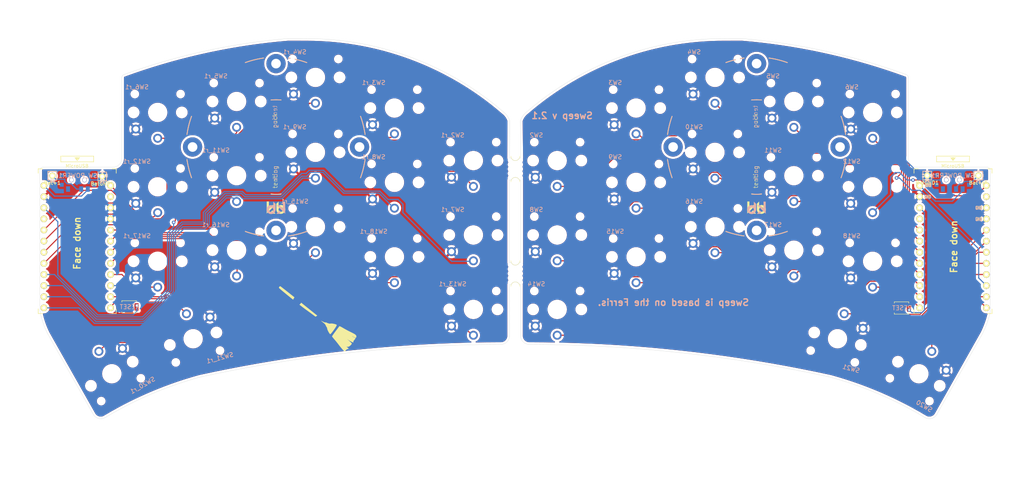
<source format=kicad_pcb>
(kicad_pcb (version 20211014) (generator pcbnew)
  (layers (0 "F.Cu" signal) (31 "B.Cu" signal) (34 "B.Paste" user) (35 "F.Paste" user) (36 "B.SilkS" user "B.Silkscreen") (37 "F.SilkS" user "F.Silkscreen") (38 "B.Mask" user) (39 "F.Mask" user) (44 "Edge.Cuts" user))
  (net 0 "")
  (net 1 "BT+")
  (net 2 "gnd")
  (net 3 "vcc")
  (net 4 "Switch18")
  (net 5 "reset")
  (net 6 "Switch1")
  (net 7 "Switch2")
  (net 8 "Switch3")
  (net 9 "Switch4")
  (net 10 "Switch5")
  (net 11 "Switch6")
  (net 12 "Switch7")
  (net 13 "Switch8")
  (net 14 "Switch9")
  (net 15 "Switch10")
  (net 16 "Switch11")
  (net 17 "Switch12")
  (net 18 "Switch13")
  (net 19 "Switch14")
  (net 20 "Switch15")
  (net 21 "Switch16")
  (net 22 "Switch17")
  (net 23 "raw")
  (net 24 "BT+_r")
  (net 25 "Switch18_r")
  (net 26 "reset_r")
  (net 27 "Switch9_r")
  (net 28 "Switch10_r")
  (net 29 "Switch11_r")
  (net 30 "Switch12_r")
  (net 31 "Switch13_r")
  (net 32 "Switch14_r")
  (net 33 "Switch15_r")
  (net 34 "Switch16_r")
  (net 35 "Switch17_r")
  (net 36 "Switch1_r")
  (net 37 "Switch2_r")
  (net 38 "Switch3_r")
  (net 39 "Switch4_r")
  (net 40 "Switch5_r")
  (net 41 "Switch6_r")
  (net 42 "Switch7_r")
  (net 43 "Switch8_r")
  (net 44 "Net-(SW_POWERR1-Pad1)")
  (net 45 "Net-(SW_POWER1-Pad1)")
  (footprint "kbd:ProMicro_v3_min" (layer "F.Cu") (at 230.178 69.564)
    (fp_text reference "U1" hide)
    (fp_text value "ProMicro-kbd" hide)
  )
  (footprint "Kailh:SW_PG1350_nonrev_DPB" (layer "F.Cu") (at 175.856 64.516)
    (fp_text reference "SW16" hide)
    (fp_text value "SW_Push" hide)
  )
  (footprint "Kailh:SW_PG1350_nonrev_DPB" (layer "F.Cu") (at 222.386 98.082 150)
    (fp_text reference "SW20" hide)
    (fp_text value "SW_Push" hide)
  )
  (footprint "Kailh:SW_PG1350_nonrev_DPB" (layer "F.Cu") (at 157.856 71.374)
    (fp_text reference "SW15" hide)
    (fp_text value "SW_Push" hide)
  )
  (footprint "Kailh:SW_PG1350_nonrev_DPB" (layer "F.Cu") (at 203.826 90.082 165)
    (fp_text reference "SW21" hide)
    (fp_text value "SW_Push" hide)
  )
  (footprint "Kailh:SW_PG1350_nonrev_DPB" (layer "F.Cu") (at 193.856 69.85)
    (fp_text reference "SW17" hide)
    (fp_text value "SW_Push" hide)
  )
  (footprint "Kailh:SW_PG1350_nonrev_DPB" (layer "F.Cu") (at 211.836 72.39)
    (fp_text reference "SW18" hide)
    (fp_text value "SW_Push" hide)
  )
  (footprint "Kailh:SW_PG1350_nonrev_DPB" (layer "F.Cu") (at 175.856 30.382)
    (fp_text reference "SW4" hide)
    (fp_text value "SW_Push" hide)
  )
  (footprint "Kailh:SW_PG1350_nonrev_DPB" (layer "F.Cu") (at 157.856 37.382)
    (fp_text reference "SW3" hide)
    (fp_text value "SW_Push" hide)
  )
  (footprint "Kailh:SW_PG1350_nonrev_DPB" (layer "F.Cu") (at 157.856 54.356)
    (fp_text reference "SW9" hide)
    (fp_text value "SW_Push" hide)
  )
  (footprint "Kailh:SW_PG1350_nonrev_DPB" (layer "F.Cu") (at 139.856 83.382)
    (fp_text reference "SW14" hide)
    (fp_text value "SW_Push" hide)
  )
  (footprint "Kailh:SW_PG1350_nonrev_DPB" (layer "F.Cu") (at 211.836 55.372)
    (fp_text reference "SW12" hide)
    (fp_text value "SW_Push" hide)
  )
  (footprint "Kailh:SW_PG1350_nonrev_DPB" (layer "F.Cu") (at 193.856 52.832)
    (fp_text reference "SW11" hide)
    (fp_text value "SW_Push" hide)
  )
  (footprint "Kailh:SW_PG1350_nonrev_DPB" (layer "F.Cu") (at 139.856 66.382)
    (fp_text reference "SW8" hide)
    (fp_text value "SW_Push" hide)
  )
  (footprint "Kailh:SW_PG1350_nonrev_DPB" (layer "F.Cu") (at 211.856 38.382)
    (fp_text reference "SW6" hide)
    (fp_text value "SW_Push" hide)
  )
  (footprint "Kailh:SW_PG1350_nonrev_DPB" (layer "F.Cu") (at 193.856 35.882)
    (fp_text reference "SW5" hide)
    (fp_text value "SW_Push" hide)
  )
  (footprint "Kailh:SW_PG1350_nonrev_DPB" (layer "F.Cu") (at 139.856 49.382)
    (fp_text reference "SW2" hide)
    (fp_text value "SW_Push" hide)
  )
  (footprint "Duckyb-Parts:mouse-bite-5mm-slot-with-space-for-track" (layer "F.Cu") (at 130.302 51.308)
    (fp_text reference "mouse-bite-2mm-slot" hide)
    (fp_text value "VAL**" hide)
  )
  (footprint "Duckyb-Parts:mouse-bite-5mm-slot-with-space-for-track" (layer "F.Cu") (at 130.302 75.184)
    (fp_text reference "mouse-bite-2mm-slot" hide)
    (fp_text value "VAL**" hide)
  )
  (footprint "kbd:SW_SPST_B3U-1000P" (layer "F.Cu") (at 218.44 83.058)
    (fp_text reference "RSW1" hide)
    (fp_text value "SW_Push")
  )
  (footprint "Kailh:SW_PG1350_nonrev_DPB" (layer "F.Cu") (at 175.856 47.498)
    (fp_text reference "SW10" hide)
    (fp_text value "SW_Push" hide)
  )
  (footprint "kbd:Tenting_Puck2" (layer "F.Cu") (at 185.356 46.282)
    (fp_text reference "REF**")
    (fp_text value "Tenting Puck")
  )
  (footprint "kbd:1pin_conn" (layer "F.Cu") (at 235.966 52.8)
    (fp_text reference "Bat+r1")
    (fp_text value "MountingHole_Pad" hide)
  )
  (footprint "kbd:1pin_conn" (layer "F.Cu") (at 224.282 52.8)
    (fp_text reference "BatGND1")
    (fp_text value "MountingHole_Pad" hide)
  )
  (footprint "kbd:ProMicro_v3_min" (layer "F.Cu") (at 30.326 69.564)
    (fp_text reference "U2" hide)
    (fp_text value "ProMicro-kbd" hide)
  )
  (footprint "Kailh:SW_PG1350_nonrev_DPB" (layer "F.Cu") (at 48.686 72.39)
    (fp_text reference "SW17_r1" hide)
    (fp_text value "SW_Push" hide)
  )
  (footprint "Kailh:SW_PG1350_nonrev_DPB" (layer "F.Cu") (at 66.7 52.832)
    (fp_text reference "SW11_r1" hide)
    (fp_text value "SW_Push" hide)
  )
  (footprint "Kailh:SW_PG1350_nonrev_DPB" (layer "F.Cu") (at 84.688 64.516)
    (fp_text reference "SW15_r1" hide)
    (fp_text value "SW_Push" hide)
  )
  (footprint "Kailh:SW_PG1350_nonrev_DPB" (layer "F.Cu") (at 102.714 71.374)
    (fp_text reference "SW18_r1" hide)
    (fp_text value "SW_Push" hide)
  )
  (footprint "Kailh:SW_PG1350_nonrev_DPB" (layer "F.Cu") (at 48.686 38.382)
    (fp_text reference "SW6_r1" hide)
    (fp_text value "SW_Push" hide)
  )
  (footprint "Kailh:SW_PG1350_nonrev_DPB" (layer "F.Cu") (at 66.7 35.882)
    (fp_text reference "SW5_r1" hide)
    (fp_text value "SW_Push" hide)
  )
  (footprint "Kailh:SW_PG1350_nonrev_DPB" (layer "F.Cu") (at 120.732 49.382)
    (fp_text reference "SW2_r1" hide)
    (fp_text value "SW_Push" hide)
  )
  (footprint "Kailh:SW_PG1350_nonrev_DPB" (layer "F.Cu") (at 66.7 69.85)
    (fp_text reference "SW16_r1" hide)
    (fp_text value "SW_Push" hide)
  )
  (footprint "Kailh:SW_PG1350_nonrev_DPB" (layer "F.Cu") (at 84.688 30.382)
    (fp_text reference "SW4_r1" hide)
    (fp_text value "SW_Push" hide)
  )
  (footprint "Kailh:SW_PG1350_nonrev_DPB" (layer "F.Cu") (at 120.732 83.382)
    (fp_text reference "SW13_r1" hide)
    (fp_text value "SW_Push" hide)
  )
  (footprint "Kailh:SW_PG1350_nonrev_DPB" (layer "F.Cu") (at 48.686 55.372)
    (fp_text reference "SW12_r1" hide)
    (fp_text value "SW_Push" hide)
  )
  (footprint "Kailh:SW_PG1350_nonrev_DPB" (layer "F.Cu") (at 102.714 37.382)
    (fp_text reference "SW3_r1" hide)
    (fp_text value "SW_Push" hide)
  )
  (footprint "Kailh:SW_PG1350_nonrev_DPB" (layer "F.Cu") (at 102.714 54.356)
    (fp_text reference "SW8_r1" hide)
    (fp_text value "SW_Push" hide)
  )
  (footprint "Kailh:SW_PG1350_nonrev_DPB" (layer "F.Cu") (at 56.778 90.082 -165)
    (fp_text reference "SW21_r1" hide)
    (fp_text value "SW_Push" hide)
  )
  (footprint "Kailh:ferris_broom" (layer "F.Cu") (at 84.074 85.344 7)
    (fp_text reference "G***" hide)
    (fp_text value "LOGO" hide)
  )
  (footprint "Kailh:SW_PG1350_nonrev_DPB" (layer "F.Cu") (at 84.688 47.498)
    (fp_text reference "SW9_r1" hide)
    (fp_text value "SW_Push" hide)
  )
  (footprint "Kailh:SW_PG1350_nonrev_DPB" (layer "F.Cu") (at 38.218 98.082 -150)
    (fp_text reference "SW20_r1" hide)
    (fp_text value "SW_Push" hide)
  )
  (footprint "Kailh:SW_PG1350_nonrev_DPB" (layer "F.Cu") (at 120.732 66.382)
    (fp_text reference "SW7_r1" hide)
    (fp_text value "SW_Push" hide)
  )
  (footprint "kbd:Tenting_Puck2" (layer "F.Cu") (at 75.692 46.282)
    (fp_text reference "REF**")
    (fp_text value "Tenting Puck")
  )
  (footprint "kbd:1pin_conn" (layer "F.Cu") (at 36.02 53.01)
    (fp_text reference "BatGND4")
    (fp_text value "MountingHole_Pad" hide)
  )
  (footprint "kbd:1pin_conn" (layer "F.Cu") (at 24.65 52.84)
    (fp_text reference "Bat+1")
    (fp_text value "MountingHole_Pad" hide)
  )
  (footprint "kbd:SW_SPST_B3U-1000P" (layer "F.Cu") (at 42.164 82.804)
    (fp_text reference "RSW2" hide)
    (fp_text value "SW_Push")
  )
  (footprint "Kailh:SPDT_C128955" (layer "B.Cu") (at 230.124 53.816 180)
    (fp_text reference "SW_POWERR1")
    (fp_text value "SW_SPDT")
  )
  (footprint "Kailh:SPDT_C128955" (layer "B.Cu") (at 30.48 53.816 180)
    (fp_text reference "SW_POWER1")
    (fp_text value "SW_SPDT")
  )
  (gr_line (start 131.5085 77.724) (end 131.506254 89.547024) (layer "Edge.Cuts") (width 0.05))
  (gr_line (start 220.004999 48.946165) (end 219.998045 30.439419) (layer "Edge.Cuts") (width 0.05))
  (gr_arc (start 226.446 107.451265) (mid 225.204995 108.32098) (end 223.714 108.05) (layer "Edge.Cuts") (width 0.05))
  (gr_arc (start 222.04 50.877083) (mid 220.627532 50.327882) (end 220.004999 48.946165) (layer "Edge.Cuts") (width 0.05))
  (gr_arc (start 182.067777 21.502679) (mid 201.091879 24.375764) (end 219.56329 29.758889) (layer "Edge.Cuts") (width 0.05))
  (gr_arc (start 132.893 38.265) (mid 153.988491 25.788881) (end 178.120389 21.508139) (layer "Edge.Cuts") (width 0.05))
  (gr_arc (start 237.938 50.877083) (mid 238.46833 51.096753) (end 238.688 51.627083) (layer "Edge.Cuts") (width 0.05))
  (gr_arc (start 131.466055 40.278702) (mid 132.022929 39.160882) (end 132.893 38.265) (layer "Edge.Cuts") (width 0.05))
  (gr_arc (start 133.544 91.383119) (mid 132.156573 90.874102) (end 131.506254 89.547024) (layer "Edge.Cuts") (width 0.05))
  (gr_arc (start 219.56329 29.758889) (mid 219.880079 30.035645) (end 219.998045 30.439419) (layer "Edge.Cuts") (width 0.05))
  (gr_arc (start 202.185134 98.863946) (mid 213.262488 102.723597) (end 223.714 108.05) (layer "Edge.Cuts") (width 0.05))
  (gr_line (start 222.04 50.877083) (end 237.938 50.877083) (layer "Edge.Cuts") (width 0.05))
  (gr_arc (start 133.544 91.383119) (mid 168.064442 93.289554) (end 202.185134 98.863946) (layer "Edge.Cuts") (width 0.05))
  (gr_line (start 238.688 58.42) (end 238.688 66.548) (layer "Edge.Cuts") (width 0.05))
  (gr_line (start 236.953304 88.85815) (end 226.446 107.451265) (layer "Edge.Cuts") (width 0.05))
  (gr_arc (start 238.69 83.85) (mid 237.980471 86.409149) (end 236.953304 88.85815) (layer "Edge.Cuts") (width 0.05))
  (gr_line (start 182.067777 21.502679) (end 178.120389 21.508139) (layer "Edge.Cuts") (width 0.05))
  (gr_line (start 238.688 51.627083) (end 238.688 58.42) (layer "Edge.Cuts") (width 0.05))
  (gr_line (start 131.466055 40.278702) (end 131.572 48.768) (layer "Edge.Cuts") (width 0.05))
  (gr_line (start 129.3495 48.768) (end 128.96 48.768) (layer "Edge.Cuts") (width 0.05))
  (gr_line (start 238.688 66.548) (end 238.688 75.438) (layer "Edge.Cuts") (width 0.05))
  (gr_line (start 238.688 75.438) (end 238.69 83.85) (layer "Edge.Cuts") (width 0.05))
  (gr_line (start 129.3495 72.644) (end 128.96 72.644) (layer "Edge.Cuts") (width 0.05))
  (gr_line (start 129.3495 53.848) (end 128.96 53.848) (layer "Edge.Cuts") (width 0.05))
  (gr_line (start 129.3495 77.724) (end 128.96 77.724) (layer "Edge.Cuts") (width 0.05))
  (gr_line (start 131.572 53.848) (end 131.572 72.644) (layer "Edge.Cuts") (width 0.05))
  (gr_line (start 78.412223 21.502679) (end 82.613611 21.508139) (layer "Edge.Cuts") (width 0.05))
  (gr_line (start 21.792 51.627083) (end 21.792 58.42) (layer "Edge.Cuts") (width 0.05))
  (gr_line (start 128.96 77.724) (end 128.975507 89.545022) (layer "Edge.Cuts") (width 0.05))
  (gr_arc (start 127.587 38.265) (mid 128.457071 39.160882) (end 129.013945 40.278702) (layer "Edge.Cuts") (width 0.05))
  (gr_arc (start 128.975507 89.545022) (mid 128.324689 90.873432) (end 126.936 91.383119) (layer "Edge.Cuts") (width 0.05))
  (gr_line (start 40.481999 48.949082) (end 40.481955 30.439419) (layer "Edge.Cuts") (width 0.05))
  (gr_line (start 21.792 66.548) (end 21.792 73.914) (layer "Edge.Cuts") (width 0.05))
  (gr_line (start 23.526696 88.85815) (end 34.034 107.451265) (layer "Edge.Cuts") (width 0.05))
  (gr_arc (start 40.481999 48.949082) (mid 39.859467 50.330799) (end 38.446998 50.88) (layer "Edge.Cuts") (width 0.05))
  (gr_arc (start 40.91671 29.758889) (mid 59.388121 24.375764) (end 78.412223 21.502679) (layer "Edge.Cuts") (width 0.05))
  (gr_arc (start 58.294866 98.863946) (mid 92.415558 93.289555) (end 126.936 91.383119) (layer "Edge.Cuts") (width 0.05))
  (gr_arc (start 23.526696 88.85815) (mid 22.464342 86.257311) (end 21.79 83.53) (layer "Edge.Cuts") (width 0.05))
  (gr_arc (start 21.792 51.627083) (mid 22.01167 51.096753) (end 22.542 50.877083) (layer "Edge.Cuts") (width 0.05))
  (gr_line (start 21.792 58.42) (end 21.792 66.548) (layer "Edge.Cuts") (width 0.05))
  (gr_arc (start 40.481955 30.439419) (mid 40.599921 30.035645) (end 40.91671 29.758889) (layer "Edge.Cuts") (width 0.05))
  (gr_arc (start 36.766 108.05) (mid 35.275005 108.32098) (end 34.034 107.451265) (layer "Edge.Cuts") (width 0.05))
  (gr_arc (start 82.613611 21.508139) (mid 106.610476 25.833455) (end 127.587 38.265) (layer "Edge.Cuts") (width 0.05))
  (gr_arc (start 36.766 108.05) (mid 47.217512 102.723597) (end 58.294866 98.863946) (layer "Edge.Cuts") (width 0.05))
  (gr_line (start 21.792 73.914) (end 21.79 83.53) (layer "Edge.Cuts") (width 0.05))
  (gr_line (start 128.96 53.848) (end 128.96 72.644) (layer "Edge.Cuts") (width 0.05))
  (gr_line (start 129.013945 40.278702) (end 128.96 48.768) (layer "Edge.Cuts") (width 0.05))
  (gr_line (start 131.5085 77.724) (end 131.2545 77.724) (layer "Edge.Cuts") (width 0.05))
  (gr_line (start 131.572 48.768) (end 131.2545 48.768) (layer "Edge.Cuts") (width 0.05))
  (gr_arc (start 129.349501 77.724) (mid 130.302 77.079127) (end 131.254499 77.724001) (layer "Edge.Cuts") (width 0.05))
  (gr_arc (start 129.349501 53.848) (mid 130.302 53.203127) (end 131.254499 53.848001) (layer "Edge.Cuts") (width 0.05))
  (gr_line (start 131.572 53.848) (end 131.2545 53.848) (layer "Edge.Cuts") (width 0.05))
  (gr_line (start 131.572 72.644) (end 131.2545 72.644) (layer "Edge.Cuts") (width 0.05))
  (gr_arc (start 131.254499 72.644) (mid 130.302 73.288873) (end 129.349501 72.643999) (layer "Edge.Cuts") (width 0.05))
  (gr_line (start 22.542 50.877083) (end 38.446998 50.88) (layer "Edge.Cuts") (width 0.05))
  (gr_arc (start 131.254499 48.768) (mid 130.302 49.412873) (end 129.349501 48.767999) (layer "Edge.Cuts") (width 0.05))
  (gr_text "Sweep v 2.1" (at 140.97 39.116) (layer "B.SilkS") (effects (font (size 1.5 1.5) (thickness 0.3)) (justify mirror)))
  (gr_text "Sweep is based on the Ferris." (at 166.37 81.788) (layer "B.SilkS") (effects (font (size 1.5 1.5) (thickness 0.3)) (justify mirror)))
  (gr_text "Face down" (at 230.378 69.056 90) (layer "F.SilkS") (effects (font (size 1.5 1.5) (thickness 0.3))))
  (gr_text "Face down" (at 30.3 68.26 90) (layer "F.SilkS") (effects (font (size 1.5 1.5) (thickness 0.3))))
  (segment (start 28.005 54.675) (end 28.955 54.675) (width 0.25) (layer "B.Cu") (net 1))
  (segment (start 30.171 55.891) (end 31.23 55.891) (width 0.25) (layer "B.Cu") (net 1))
  (segment (start 27.48325 53.63675) (end 27.48325 54.15325) (width 0.25) (layer "B.Cu") (net 1))
  (segment (start 25.4385 53.63675) (end 27.48325 53.63675) (width 0.25) (layer "B.Cu") (net 1))
  (segment (start 24.74 52.93825) (end 25.4385 53.63675) (width 0.25) (layer "B.Cu") (net 1))
  (segment (start 28.955 54.675) (end 30.171 55.891) (width 0.25) (layer "B.Cu") (net 1))
  (segment (start 27.48325 54.15325) (end 28.005 54.675) (width 0.25) (layer "B.Cu") (net 1))
  (segment (start 40.40601 82.74601) (end 40.464 82.804) (width 0.25) (layer "F.Cu") (net 2))
  (segment (start 206.856 42.182) (end 212.252 42.182) (width 0.25) (layer "B.Cu") (net 2))
  (segment (start 212.252 42.182) (end 222.87 52.8) (width 0.25) (layer "B.Cu") (net 2))
  (segment (start 222.87 52.8) (end 224.282 52.8) (width 0.25) (layer "B.Cu") (net 2))
  (via (at 220.175 83.515) (size 0.8) (drill 0.4) (layers "F.Cu" "B.Cu") (net 5))
  (segment (start 223.097489 84.112511) (end 220.772511 84.112511) (width 0.25) (layer "B.Cu") (net 5))
  (segment (start 223.655911 83.554089) (end 223.097489 84.112511) (width 0.25) (layer "B.Cu") (net 5))
  (segment (start 220.772511 84.112511) (end 220.175 83.515) (width 0.25) (layer "B.Cu") (net 5))
  (segment (start 223.655911 61.252511) (end 223.655911 83.554089) (width 0.25) (layer "B.Cu") (net 5))
  (segment (start 220.175 83.515) (end 220.11 83.45) (width 0.25) (layer "B.Cu") (net 5))
  (segment (start 222.5694 60.166) (end 223.655911 61.252511) (width 0.25) (layer "B.Cu") (net 5))
  (segment (start 196.53079 46.36602) (end 188.6032 46.36602) (width 0.25) (layer "F.Cu") (net 6))
  (segment (start 146.295954 55.282) (end 139.856 55.282) (width 0.25) (layer "F.Cu") (net 6))
  (segment (start 197.85878 47.69401) (end 196.53079 46.36602) (width 0.25) (layer "F.Cu") (net 6))
  (segment (start 205.994 50.292) (end 205.486 50.8) (width 0.25) (layer "F.Cu") (net 6))
  (segment (start 167.057719 43.732009) (end 164.03999 43.73201) (width 0.25) (layer "F.Cu") (net 6))
  (segment (start 188.6032 46.36602) (end 183.38518 41.148) (width 0.25) (layer "F.Cu") (net 6))
  (segment (start 217.678 50.292) (end 205.994 50.292) (width 0.25) (layer "F.Cu") (net 6))
  (segment (start 169.641728 41.148) (end 167.057719 43.732009) (width 0.25) (layer "F.Cu") (net 6))
  (segment (start 199.84001 47.69401) (end 197.85878 47.69401) (width 0.25) (layer "F.Cu") (net 6))
  (segment (start 218.41796 52.23204) (end 218.41796 51.03196) (width 0.25) (layer "F.Cu") (net 6))
  (segment (start 183.38518 41.148) (end 169.641728 41.148) (width 0.25) (layer "F.Cu") (net 6))
  (segment (start 217.3 53.35) (end 218.41796 52.23204) (width 0.25) (layer "F.Cu") (net 6))
  (segment (start 218.41796 51.03196) (end 217.678 50.292) (width 0.25) (layer "F.Cu") (net 6))
  (segment (start 164.03999 43.73201) (end 163.148999 44.623001) (width 0.25) (layer "F.Cu") (net 6))
  (segment (start 205.486 50.8) (end 202.946 50.8) (width 0.25) (layer "F.Cu") (net 6))
  (segment (start 156.954953 44.623001) (end 146.295954 55.282) (width 0.25) (layer "F.Cu") (net 6))
  (segment (start 202.946 50.8) (end 199.84001 47.69401) (width 0.25) (layer "F.Cu") (net 6))
  (segment (start 163.148999 44.623001) (end 156.954953 44.623001) (width 0.25) (layer "F.Cu") (net 6))
  (via (at 217.3 53.35) (size 0.8) (drill 0.4) (layers "F.Cu" "B.Cu") (net 6))
  (segment (start 220.764511 56.172511) (end 222.662511 56.172511) (width 0.25) (layer "B.Cu") (net 6))
  (segment (start 217.942 53.35) (end 220.764511 56.172511) (width 0.25) (layer "B.Cu") (net 6))
  (segment (start 222.662511 56.172511) (end 236.04 69.55) (width 0.25) (layer "B.Cu") (net 6))
  (segment (start 236.04 69.55) (end 236.04 76.1966) (width 0.25) (layer "B.Cu") (net 6))
  (segment (start 236.04 76.1966) (end 237.7894 77.946) (width 0.25) (layer "B.Cu") (net 6))
  (segment (start 217.3 53.35) (end 217.942 53.35) (width 0.25) (layer "B.Cu") (net 6))
  (segment (start 162.962599 44.172991) (end 163.853591 43.282001) (width 0.25) (layer "F.Cu") (net 7))
  (segment (start 188.7896 45.91601) (end 196.71719 45.91601) (width 0.25) (layer "F.Cu") (net 7))
  (segment (start 183.51359 40.64) (end 188.7896 45.91601) (width 0.25) (layer "F.Cu") (net 7))
  (segment (start 169.513318 40.64) (end 183.51359 40.64) (width 0.25) (layer "F.Cu") (net 7))
  (segment (start 159.234991 44.172991) (end 162.962599 44.172991) (width 0.25) (layer "F.Cu") (net 7))
  (segment (start 158.344 43.282) (end 159.234991 44.172991) (width 0.25) (layer "F.Cu") (net 7))
  (segment (start 157.856 43.282) (end 158.344 43.282) (width 0.25) (layer "F.Cu") (net 7))
  (segment (start 205.933189 49.716401) (end 217.738119 49.716401) (width 0.25) (layer "F.Cu") (net 7))
  (segment (start 163.853591 43.282001) (end 166.871317 43.282001) (width 0.25) (layer "F.Cu") (net 7))
  (segment (start 218.86797 65.43797) (end 220.61208 67.18208) (width 0.25) (layer "F.Cu") (net 7))
  (segment (start 218.86797 65.43797) (end 218.86797 65.70597) (width 0.25) (layer "F.Cu") (net 7))
  (segment (start 196.71719 45.91601) (end 197.95559 47.15441) (width 0.25) (layer "F.Cu") (net 7))
  (segment (start 203.07441 50.292) (end 205.35759 50.292) (width 0.25) (layer "F.Cu") (net 7))
  (segment (start 205.35759 50.292) (end 205.933189 49.716401) (width 0.25) (layer "F.Cu") (net 7))
  (segment (start 198.46359 47.15441) (end 198.55318 47.244) (width 0.25) (layer "F.Cu") (net 7))
  (segment (start 197.95559 47.15441) (end 198.46359 47.15441) (width 0.25) (layer "F.Cu") (net 7))
  (segment (start 166.871317 43.282001) (end 169.513318 40.64) (width 0.25) (layer "F.Cu") (net 7))
  (segment (start 220.61208 70.90868) (end 222.5694 72.866) (width 0.25) (layer "F.Cu") (net 7))
  (segment (start 200.026411 47.244001) (end 203.07441 50.292) (width 0.25) (layer "F.Cu") (net 7))
  (segment (start 217.738119 49.716401) (end 218.86797 50.846252) (width 0.25) (layer "F.Cu") (net 7))
  (segment (start 198.55318 47.244) (end 200.026411 47.244001) (width 0.25) (layer "F.Cu") (net 7))
  (segment (start 220.61208 67.18208) (end 220.61208 70.90868) (width 0.25) (layer "F.Cu") (net 7))
  (segment (start 218.86797 50.846252) (end 218.86797 65.43797) (width 0.25) (layer "F.Cu") (net 7))
  (segment (start 179.76399 40.18999) (end 183.69999 40.18999) (width 0.25) (layer "F.Cu") (net 8))
  (segment (start 205.17119 49.84199) (end 205.746788 49.266392) (width 0.25) (layer "F.Cu") (net 8))
  (segment (start 217.923827 49.266392) (end 219.31798 50.660544) (width 0.25) (layer "F.Cu") (net 8))
  (segment (start 188.976 45.466) (end 196.90359 45.466) (width 0.25) (layer "F.Cu") (net 8))
  (segment (start 219.31798 50.660544) (end 219.31798 65.170297) (width 0.25) (layer "F.Cu") (net 8))
  (segment (start 200.20999 46.67801) (end 200.20999 46.79117) (width 0.25) (layer "F.Cu") (net 8))
  (segment (start 221.21 68.9666) (end 222.5694 70.326) (width 0.25) (layer "F.Cu") (net 8))
  (segment (start 198.1156 46.67801) (end 200.20999 46.67801) (width 0.25) (layer "F.Cu") (net 8))
  (segment (start 203.26081 49.84199) (end 205.17119 49.84199) (width 0.25) (layer "F.Cu") (net 8))
  (segment (start 219.31798 65.170297) (end 221.21 67.062318) (width 0.25) (layer "F.Cu") (net 8))
  (segment (start 200.20999 46.79117) (end 203.26081 49.84199) (width 0.25) (layer "F.Cu") (net 8))
  (segment (start 221.21 67.062318) (end 221.21 68.9666) (width 0.25) (layer "F.Cu") (net 8))
  (segment (start 205.746788 49.266392) (end 217.923827 49.266392) (width 0.25) (layer "F.Cu") (net 8))
  (segment (start 175.856 36.282) (end 179.76399 40.18999) (width 0.25) (layer "F.Cu") (net 8))
  (segment (start 183.69999 40.18999) (end 188.976 45.466) (width 0.25) (layer "F.Cu") (net 8))
  (segment (start 196.90359 45.466) (end 198.1156 46.67801) (width 0.25) (layer "F.Cu") (net 8))
  (segment (start 219.76799 64.98459) (end 222.5694 67.786) (width 0.25) (layer "F.Cu") (net 9))
  (segment (start 200.396391 46.228001) (end 200.66 46.49161) (width 0.25) (layer "F.Cu") (net 9))
  (segment (start 204.98479 49.39198) (end 205.560388 48.816382) (width 0.25) (layer "F.Cu") (net 9))
  (segment (start 198.302 46.228) (end 200.396391 46.228001) (width 0.25) (layer "F.Cu") (net 9))
  (segment (start 217.836382 48.816382) (end 218.109535 48.816382) (width 0.25) (layer "F.Cu") (net 9))
  (segment (start 193.856 41.782) (end 198.302 46.228) (width 0.25) (layer "F.Cu") (net 9))
  (segment (start 217.836382 48.816382) (end 217.836872 48.816872) (width 0.25) (layer "F.Cu") (net 9))
  (segment (start 219.76799 50.474836) (end 219.76799 64.98459) (width 0.25) (layer "F.Cu") (net 9))
  (segment (start 218.109535 48.816382) (end 219.76799 50.474836) (width 0.25) (layer "F.Cu") (net 9))
  (segment (start 203.44721 49.39198) (end 204.98479 49.39198) (width 0.25) (layer "F.Cu") (net 9))
  (segment (start 200.66 46.49161) (end 200.66 46.60477) (width 0.25) (layer "F.Cu") (net 9))
  (segment (start 205.560388 48.816382) (end 217.836382 48.816382) (width 0.25) (layer "F.Cu") (net 9))
  (segment (start 200.66 46.60477) (end 203.44721 49.39198) (width 0.25) (layer "F.Cu") (net 9))
  (segment (start 211.856 44.282) (end 215.940372 48.366372) (width 0.25) (layer "F.Cu") (net 10))
  (segment (start 220.218 50.28913) (end 220.218 62.8946) (width 0.25) (layer "F.Cu") (net 10))
  (segment (start 220.218 62.8946) (end 222.5694 65.246) (width 0.25) (layer "F.Cu") (net 10))
  (segment (start 218.295243 48.366372) (end 218.559055 48.630185) (width 0.25) (layer "F.Cu") (net 10))
  (segment (start 218.559055 48.630185) (end 220.218 50.28913) (width 0.25) (layer "F.Cu") (net 10))
  (segment (start 215.940372 48.366372) (end 218.295243 48.366372) (width 0.25) (layer "F.Cu") (net 10))
  (segment (start 176.598082 51.60699) (end 180.097546 55.106454) (width 0.25) (layer "F.Cu") (net 11))
  (segment (start 157.339659 58.787659) (end 159.117659 58.787659) (width 0.25) (layer "F.Cu") (net 11))
  (segment (start 159.117659 58.787659) (end 160.13599 59.80599) (width 0.25) (layer "F.Cu") (net 11))
  (segment (start 220.16256 72.99916) (end 222.5694 75.406) (width 0.25) (layer "F.Cu") (net 11))
  (segment (start 143.845318 72.282) (end 157.339659 58.787659) (width 0.25) (layer "F.Cu") (net 11))
  (segment (start 197.209801 56.490981) (end 205.858801 65.139981) (width 0.25) (layer "F.Cu") (net 11))
  (segment (start 192.78552 56.49098) (end 197.209801 56.490981) (width 0.25) (layer "F.Cu") (net 11))
  (segment (start 190.290508 58.98599) (end 192.78552 56.49098) (width 0.25) (layer "F.Cu") (net 11))
  (segment (start 180.097546 56.399546) (end 182.68399 58.98599) (width 0.25) (layer "F.Cu") (net 11))
  (segment (start 160.13599 59.80599) (end 166.738918 59.80599) (width 0.25) (layer "F.Cu") (net 11))
  (segment (start 220.037795 67.512897) (end 220.16256 67.637663) (width 0.25) (layer "F.Cu") (net 11))
  (segment (start 174.937919 51.606989) (end 176.598082 51.60699) (width 0.25) (layer "F.Cu") (net 11))
  (segment (start 220.16256 67.637663) (end 220.16256 72.99916) (width 0.25) (layer "F.Cu") (net 11))
  (segment (start 205.858801 65.139981) (end 217.665571 65.139981) (width 0.25) (layer "F.Cu") (net 11))
  (segment (start 217.665571 65.139981) (end 220.037795 67.512205) (width 0.25) (layer "F.Cu") (net 11))
  (segment (start 166.738918 59.80599) (end 174.937919 51.606989) (width 0.25) (layer "F.Cu") (net 11))
  (segment (start 139.856 72.282) (end 143.845318 72.282) (width 0.25) (layer "F.Cu") (net 11))
  (segment (start 180.097546 55.106454) (end 180.097546 56.399546) (width 0.25) (layer "F.Cu") (net 11))
  (segment (start 182.68399 58.98599) (end 190.290508 58.98599) (width 0.25) (layer "F.Cu") (net 11))
  (segment (start 220.037795 67.512205) (end 220.037795 67.512897) (width 0.25) (layer "F.Cu") (net 11))
  (segment (start 179.578 55.223318) (end 179.578 56.57159) (width 0.25) (layer "F.Cu") (net 12))
  (segment (start 217.479171 65.589991) (end 219.71304 67.82386) (width 0.25) (layer "F.Cu") (net 12))
  (segment (start 182.44241 59.436) (end 190.476908 59.436) (width 0.25) (layer "F.Cu") (net 12))
  (segment (start 219.71304 67.82386) (end 219.71304 75.08964) (width 0.25) (layer "F.Cu") (net 12))
  (segment (start 197.0234 56.94099) (end 205.6724 65.58999) (width 0.25) (layer "F.Cu") (net 12))
  (segment (start 192.971919 56.940989) (end 197.0234 56.94099) (width 0.25) (layer "F.Cu") (net 12))
  (segment (start 205.6724 65.58999) (end 217.479171 65.589991) (width 0.25) (layer "F.Cu") (net 12))
  (segment (start 219.71304 75.08964) (end 222.5694 77.946) (width 0.25) (layer "F.Cu") (net 12))
  (segment (start 175.124319 52.056999) (end 176.411681 52.056999) (width 0.25) (layer "F.Cu") (net 12))
  (segment (start 176.411681 52.056999) (end 179.578 55.223318) (width 0.25) (layer "F.Cu") (net 12))
  (segment (start 157.856 60.256) (end 166.925318 60.256) (width 0.25) (layer "F.Cu") (net 12))
  (segment (start 166.925318 60.256) (end 175.124319 52.056999) (width 0.25) (layer "F.Cu") (net 12))
  (segment (start 179.578 56.57159) (end 182.44241 59.436) (width 0.25) (layer "F.Cu") (net 12))
  (segment (start 190.476908 59.436) (end 192.971919 56.940989) (width 0.25) (layer "F.Cu") (net 12))
  (segment (start 196.836999 57.390999) (end 205.486 66.04) (width 0.25) (layer "F.Cu") (net 13))
  (segment (start 219.26352 68.01075) (end 219.26352 77.18012) (width 0.25) (layer "F.Cu") (net 13))
  (segment (start 175.768 53.398) (end 177.116272 53.398) (width 0.25) (layer "F.Cu") (net 13))
  (segment (start 217.29277 66.04) (end 219.26352 68.01075) (width 0.25) (layer "F.Cu") (net 13))
  (segment (start 177.116272 53.398) (end 179.12799 55.409718) (width 0.25) (layer "F.Cu") (net 13))
  (segment (start 219.26352 77.18012) (end 222.5694 80.486) (width 0.25) (layer "F.Cu") (net 13))
  (segment (start 205.486 66.04) (end 217.29277 66.04) (width 0.25) (layer "F.Cu") (net 13))
  (segment (start 193.158319 57.390999) (end 196.836999 57.390999) (width 0.25) (layer "F.Cu") (net 13))
  (segment (start 190.476317 60.073001) (end 193.158319 57.390999) (width 0.25) (layer "F.Cu") (net 13))
  (segment (start 182.443001 60.073001) (end 190.476317 60.073001) (width 0.25) (layer "F.Cu") (net 13))
  (segment (start 179.12799 55.409718) (end 179.12799 56.75799) (width 0.25) (layer "F.Cu") (net 13))
  (segment (start 179.12799 56.75799) (end 182.443001 60.073001) (width 0.25) (layer "F.Cu") (net 13))
  (segment (start 215.646 66.548) (end 216.916 66.548) (width 0.25) (layer "F.Cu") (net 14))
  (segment (start 196.650599 57.841009) (end 205.2996 66.49001) (width 0.25) (layer "F.Cu") (net 14))
  (segment (start 218.814 79.2706) (end 222.5694 83.026) (width 0.25) (layer "F.Cu") (net 14))
  (segment (start 218.814 68.446) (end 218.814 79.2706) (width 0.25) (layer "F.Cu") (net 14))
  (segment (start 216.916 66.548) (end 218.814 68.446) (width 0.25) (layer "F.Cu") (net 14))
  (segment (start 195.23884 58.732) (end 196.129831 57.841009) (width 0.25) (layer "F.Cu") (net 14))
  (segment (start 215.58801 66.49001) (end 215.646 66.548) (width 0.25) (layer "F.Cu") (net 14))
  (segment (start 205.2996 66.49001) (end 215.58801 66.49001) (width 0.25) (layer "F.Cu") (net 14))
  (segment (start 193.802 58.732) (end 195.23884 58.732) (width 0.25) (layer "F.Cu") (net 14))
  (segment (start 196.129831 57.841009) (end 196.650599 57.841009) (width 0.25) (layer "F.Cu") (net 14))
  (segment (start 222.842971 53.823011) (end 221.056989 53.823011) (width 0.25) (layer "F.Cu") (net 15))
  (segment (start 235.4554 57.42) (end 226.43996 57.42) (width 0.25) (layer "F.Cu") (net 15))
  (segment (start 237.7894 55.086) (end 235.4554 57.42) (width 0.25) (layer "F.Cu") (net 15))
  (segment (start 226.43996 57.42) (end 222.842971 53.823011) (width 0.25) (layer "F.Cu") (net 15))
  (via (at 221.056989 53.823011) (size 0.8) (drill 0.4) (layers "F.Cu" "B.Cu") (net 15))
  (segment (start 211.836 61.272) (end 213.359 59.749) (width 0.25) (layer "B.Cu") (net 15))
  (segment (start 215.95 53.15) (end 215.95 57.158) (width 0.25) (layer "B.Cu") (net 15))
  (segment (start 213.359 59.749) (end 213.489001 59.618999) (width 0.25) (layer "B.Cu") (net 15))
  (segment (start 216.98 52.12) (end 215.95 53.15) (width 0.25) (layer "B.Cu") (net 15))
  (segment (start 215.95 57.158) (end 213.359 59.749) (width 0.25) (layer "B.Cu") (net 15))
  (segment (start 221.056989 53.823011) (end 219.703011 53.823011) (width 0.25) (layer "B.Cu") (net 15))
  (segment (start 218 52.12) (end 216.98 52.12) (width 0.25) (layer "B.Cu") (net 15))
  (segment (start 219.703011 53.823011) (end 218 52.12) (width 0.25) (layer "B.Cu") (net 15))
  (segment (start 203.14201 74.10719) (end 203.14201 77.7916) (width 0.25) (layer "F.Cu") (net 16))
  (segment (start 148.18042 79.85442) (end 149.25358 78.78126) (width 0.25) (layer "F.Cu") (net 16))
  (segment (start 185.234659 71.188659) (end 185.234659 72.067341) (width 0.25) (layer "F.Cu") (net 16))
  (segment (start 149.95842 78.13358) (end 152.44126 78.13358) (width 0.25) (layer "F.Cu") (net 16))
  (segment (start 210.633118 75.598972) (end 213.424204 75.598972) (width 0.25) (layer "F.Cu") (net 16))
  (segment (start 152.44126 78.13358) (end 154.641841 75.932999) (width 0.25) (layer "F.Cu") (net 16))
  (segment (start 149.25358 78.78126) (end 149.31074 78.78126) (width 0.25) (layer "F.Cu") (net 16))
  (segment (start 189.113318 75.946) (end 190.348498 75.946) (width 0.25) (layer "F.Cu") (net 16))
  (segment (start 207.31812 78.91397) (end 210.633118 75.598972) (width 0.25) (layer "F.Cu") (net 16))
  (segment (start 215.27602 83.543042) (end 216.242978 84.51) (width 0.25) (layer "F.Cu") (net 16))
  (segment (start 139.856 89.282) (end 143.636 89.282) (width 0.25) (layer "F.Cu") (net 16))
  (segment (start 215.27602 77.450788) (end 215.27602 83.543042) (width 0.25) (layer "F.Cu") (net 16))
  (segment (start 232.5854 70.45) (end 232.48 70.45) (width 0.25) (layer "F.Cu") (net 16))
  (segment (start 148.18042 84.73758) (end 148.18042 79.85442) (width 0.25) (layer "F.Cu") (net 16))
  (segment (start 166.889546 70.854454) (end 172.708454 70.854454) (width 0.25) (layer "F.Cu") (net 16))
  (segment (start 174.937919 68.624989) (end 176.828989 68.624989) (width 0.25) (layer "F.Cu") (net 16))
  (segment (start 176.828989 68.624989) (end 177.719978 69.515978) (width 0.25) (layer "F.Cu") (net 16))
  (segment (start 202.418793 73.383973) (end 203.14201 74.10719) (width 0.25) (layer "F.Cu") (net 16))
  (segment (start 143.636 89.282) (end 148.18042 84.73758) (width 0.25) (layer "F.Cu") (net 16))
  (segment (start 203.14201 77.7916) (end 204.26438 78.91397) (width 0.25) (layer "F.Cu") (net 16))
  (segment (start 161.811001 75.932999) (end 166.889546 70.854454) (width 0.25) (layer "F.Cu") (net 16))
  (segment (start 149.31074 78.78126) (end 149.95842 78.13358) (width 0.25) (layer "F.Cu") (net 16))
  (segment (start 237.7894 65.246) (end 232.5854 70.45) (width 0.25) (layer "F.Cu") (net 16))
  (segment (start 177.719978 69.515978) (end 183.561978 69.515978) (width 0.25) (layer "F.Cu") (net 16))
  (segment (start 185.234659 72.067341) (end 189.113318 75.946) (width 0.25) (layer "F.Cu") (net 16))
  (segment (start 222.68 84.51) (end 232.48 74.71) (width 0.25) (layer "F.Cu") (net 16))
  (segment (start 172.708454 70.854454) (end 174.937919 68.624989) (width 0.25) (layer "F.Cu") (net 16))
  (segment (start 232.48 70.45) (end 232.48 74.71) (width 0.25) (layer "F.Cu") (net 16))
  (segment (start 213.424204 75.598972) (end 215.27602 77.450788) (width 0.25) (layer "F.Cu") (net 16))
  (segment (start 192.910526 73.383972) (end 202.418793 73.383973) (width 0.25) (layer "F.Cu") (net 16))
  (segment (start 216.242978 84.51) (end 222.68 84.51) (width 0.25) (layer "F.Cu") (net 16))
  (segment (start 154.641841 75.932999) (end 161.811001 75.932999) (width 0.25) (layer "F.Cu") (net 16))
  (segment (start 204.26438 78.91397) (end 207.31812 78.91397) (width 0.25) (layer "F.Cu") (net 16))
  (segment (start 183.561978 69.515978) (end 185.234659 71.188659) (width 0.25) (layer "F.Cu") (net 16))
  (segment (start 190.348498 75.946) (end 192.910526 73.383972) (width 0.25) (layer "F.Cu") (net 16))
  (segment (start 237.714572 68.326) (end 237.9894 68.326) (width 0.25) (layer "F.Cu") (net 17))
  (segment (start 175.124319 69.074999) (end 176.543001 69.074999) (width 0.25) (layer "F.Cu") (net 17))
  (segment (start 183.272012 69.965988) (end 183.375578 69.965988) (width 0.25) (layer "F.Cu") (net 17))
  (segment (start 176.543001 69.074999) (end 176.543001 69.101001) (width 0.25) (layer "F.Cu") (net 17))
  (segment (start 188.926918 76.39601) (end 190.534898 76.39601) (width 0.25) (layer "F.Cu") (net 17))
  (segment (start 183.272009 69.965991) (end 183.272012 69.965988) (width 0.25) (layer "F.Cu") (net 17))
  (segment (start 177.40799 69.96599) (end 178.298401 69.965991) (width 0.25) (layer "F.Cu") (net 17))
  (segment (start 178.298401 69.965991) (end 183.272009 69.965991) (width 0.25) (layer "F.Cu") (net 17))
  (segment (start 161.10641 77.274) (end 167.075946 71.304464) (width 0.25) (layer "F.Cu") (net 17))
  (segment (start 190.534898 76.39601) (end 193.096926 73.833982) (width 0.25) (layer "F.Cu") (net 17))
  (segment (start 193.096926 73.833982) (end 202.232392 73.833982) (width 0.25) (layer "F.Cu") (net 17))
  (segment (start 157.856 77.274) (end 161.10641 77.274) (width 0.25) (layer "F.Cu") (net 17))
  (segment (start 202.496002 74.097592) (end 202.496002 74.480002) (width 0.25) (layer "F.Cu") (net 17))
  (segment (start 202.232392 73.833982) (end 202.496002 74.097592) (width 0.25) (layer "F.Cu") (net 17))
  (segment (start 167.075946 71.304464) (end 172.894854 71.304464) (width 0.25) (layer "F.Cu") (net 17))
  (segment (start 172.894854 71.304464) (end 175.124319 69.074999) (width 0.25) (layer "F.Cu") (net 17))
  (segment (start 183.375578 69.965988) (end 184.784649 71.375059) (width 0.25) (layer "F.Cu") (net 17))
  (segment (start 184.784649 72.253741) (end 188.926918 76.39601) (width 0.25) (layer "F.Cu") (net 17))
  (segment (start 202.496002 74.363998) (end 202.496002 74.480002) (width 0.25) (layer "F.Cu") (net 17))
  (segment (start 176.543001 69.101001) (end 177.40799 69.96599) (width 0.25) (layer "F.Cu") (net 17))
  (segment (start 184.784649 71.375059) (end 184.784649 72.253741) (width 0.25) (layer "F.Cu") (net 17))
  (segment (start 214.82601 77.637188) (end 213.237803 76.048981) (width 0.25) (layer "F.Cu") (net 17))
  (segment (start 232.92952 74.896198) (end 222.866198 84.95952) (width 0.25) (layer "F.Cu") (net 17))
  (segment (start 214.82601 83.72875) (end 214.82601 77.637188) (width 0.25) (layer "F.Cu") (net 17))
  (segment (start 237.7894 67.786) (end 232.92952 72.64588) (width 0.25) (layer "F.Cu") (net 17))
  (segment (start 213.237803 76.048981) (end 210.81952 76.04898) (width 0.25) (layer "F.Cu") (net 17))
  (segment (start 207.50452 79.36398) (end 204.07798 79.36398) (width 0.25) (layer "F.Cu") (net 17))
  (segment (start 202.496002 77.782002) (end 202.496002 74.480002) (width 0.25) (layer "F.Cu") (net 17))
  (segment (start 210.81952 76.04898) (end 207.50452 79.36398) (width 0.25) (layer "F.Cu") (net 17))
  (segment (start 222.866198 84.95952) (end 216.05678 84.95952) (width 0.25) (layer "F.Cu") (net 17))
  (segment (start 204.07798 79.36398) (end 202.496002 77.782002) (width 0.25) (layer "F.Cu") (net 17))
  (segment (start 216.05678 84.95952) (end 214.82601 83.72875) (width 0.25) (layer "F.Cu") (net 17))
  (segment (start 232.92952 72.64588) (end 232.92952 74.896198) (width 0.25) (layer "F.Cu") (net 17))
  (segment (start 175.768 70.416) (end 182.938 70.416) (width 0.25) (layer "F.Cu") (net 18))
  (segment (start 184.33464 72.440142) (end 188.740518 76.84602) (width 0.25) (layer "F.Cu") (net 18))
  (segment (start 211.005919 76.498989) (end 213.051402 76.49899) (width 0.25) (layer "F.Cu") (net 18))
  (segment (start 184.334639 71.812639) (end 184.33464 72.440142) (width 0.25) (layer "F.Cu") (net 18))
  (segment (start 214.376 83.914458) (end 215.870582 85.40904) (width 0.25) (layer "F.Cu") (net 18))
  (segment (start 188.740518 76.84602) (end 190.721298 76.84602) (width 0.25) (layer "F.Cu") (net 18))
  (segment (start 235.885118 70.326) (end 237.7894 70.326) (width 0.25) (layer "F.Cu") (net 18))
  (segment (start 215.870582 85.40904) (end 223.052396 85.40904) (width 0.25) (layer "F.Cu") (net 18))
  (segment (start 214.376 77.823588) (end 214.376 83.914458) (width 0.25) (layer "F.Cu") (net 18))
  (segment (start 207.690918 79.81399) (end 211.005919 76.498989) (width 0.25) (layer "F.Cu") (net 18))
  (segment (start 202.045992 74.283992) (end 202.045992 78.093992) (width 0.25) (layer "F.Cu") (net 18))
  (segment (start 182.938 70.416) (end 184.334639 71.812639) (width 0.25) (layer "F.Cu") (net 18))
  (segment (start 233.37904 72.832078) (end 235.885118 70.326) (width 0.25) (layer "F.Cu") (net 18))
  (segment (start 193.283326 74.283992) (end 202.045992 74.283992) (width 0.25) (layer "F.Cu") (net 18))
  (segment (start 213.051402 76.49899) (end 214.376 77.823588) (width 0.25) (layer "F.Cu") (net 18))
  (segment (start 233.37904 75.082396) (end 233.37904 72.832078) (width 0.25) (layer "F.Cu") (net 18))
  (segment (start 203.76599 79.81399) (end 207.690918 79.81399) (width 0.25) (layer "F.Cu") (net 18))
  (segment (start 223.052396 85.40904) (end 233.37904 75.082396) (width 0.25) (layer "F.Cu") (net 18))
  (segment (start 202.045992 78.093992) (end 203.76599 79.81399) (width 0.25) (layer "F.Cu") (net 18))
  (segment (start 190.721298 76.84602) (end 193.283326 74.283992) (width 0.25) (layer "F.Cu") (net 18))
  (segment (start 233.94 73.72) (end 234.794 72.866) (width 0.25) (layer "F.Cu") (net 19))
  (segment (start 212.865001 76.948999) (end 213.903205 77.987203) (width 0.25) (layer "F.Cu") (net 19))
  (segment (start 193.802 75.75) (end 194.817999 74.734001) (width 0.25) (layer "F.Cu") (net 19))
  (segment (start 233.94 75.157153) (end 233.94 73.72) (width 0.25) (layer "F.Cu") (net 19))
  (segment (start 207.877318 80.264) (end 211.192319 76.948999) (width 0.25) (layer "F.Cu") (net 19))
  (segment (start 234.794 72.866) (end 237.7894 72.866) (width 0.25) (layer "F.Cu") (net 19))
  (segment (start 194.817999 74.734001) (end 201.480001 74.734001) (width 0.25) (layer "F.Cu") (net 19))
  (segment (start 201.480001 78.173999) (end 203.570002 80.264) (width 0.25) (layer "F.Cu") (net 19))
  (segment (start 201.480001 74.734001) (end 201.480001 78.173999) (width 0.25) (layer "F.Cu") (net 19))
  (segment (start 211.192319 76.948999) (end 212.865001 76.948999) (width 0.25) (layer "F.Cu") (net 19))
  (segment (start 213.903205 84.07738) (end 215.684385 85.85856) (width 0.25) (layer "F.Cu") (net 19))
  (segment (start 213.903205 77.987203) (end 213.903205 84.07738) (width 0.25) (layer "F.Cu") (net 19))
  (segment (start 215.684385 85.85856) (end 223.238593 85.85856) (width 0.25) (layer "F.Cu") (net 19))
  (segment (start 223.238593 85.85856) (end 233.94 75.157153) (width 0.25) (layer "F.Cu") (net 19))
  (segment (start 203.570002 80.264) (end 207.877318 80.264) (width 0.25) (layer "F.Cu") (net 19))
  (segment (start 234.326871 75.406) (end 229.696435 80.036436) (width 0.25) (layer "F.Cu") (net 20))
  (segment (start 213.453685 78.470845) (end 213.453685 84.263577) (width 0.25) (layer "F.Cu") (net 20))
  (segment (start 213.27284 78.29) (end 213.453685 78.470845) (width 0.25) (layer "F.Cu") (net 20))
  (segment (start 237.7894 75.406) (end 234.326871 75.406) (width 0.25) (layer "F.Cu") (net 20))
  (segment (start 213.453685 84.263577) (end 215.498188 86.30808) (width 0.25) (layer "F.Cu") (net 20))
  (segment (start 215.498188 86.30808) (end 223.424791 86.30808) (width 0.25) (layer "F.Cu") (net 20))
  (segment (start 211.836 78.29) (end 213.27284 78.29) (width 0.25) (layer "F.Cu") (net 20))
  (segment (start 223.424791 86.30808) (end 230.156436 79.576436) (width 0.25) (layer "F.Cu") (net 20))
  (segment (start 229.88259 80.486) (end 223.610988 86.7576) (width 0.25) (layer "F.Cu") (net 21))
  (segment (start 237.7894 80.486) (end 229.88259 80.486) (width 0.25) (layer "F.Cu") (net 21))
  (segment (start 215.311991 86.7576) (end 212.937428 84.383038) (width 0.25) (layer "F.Cu") (net 21))
  (segment (start 212.937428 84.383038) (end 205.353032 84.383038) (width 0.25) (layer "F.Cu") (net 21))
  (segment (start 223.610988 86.7576) (end 215.311991 86.7576) (width 0.25) (layer "F.Cu") (net 21))
  (segment (start 225.336 92.97245) (end 225.336 93.002) (width 0.25) (layer "F.Cu") (net 22))
  (segment (start 235.69892 80.93552) (end 237.7894 83.026) (width 0.25) (layer "F.Cu") (net 22))
  (segment (start 225.336 92.97245) (end 225.336 85.668306) (width 0.25) (layer "F.Cu") (net 22))
  (segment (start 230.068788 80.93552) (end 235.69892 80.93552) (width 0.25) (layer "F.Cu") (net 22))
  (segment (start 225.336 85.668306) (end 230.068788 80.93552) (width 0.25) (layer "F.Cu") (net 22))
  (segment (start 232.374 55.891) (end 232.374 56.316) (width 0.25) (layer "B.Cu") (net 23))
  (segment (start 32.73 55.891) (end 32.73 56.066) (width 0.25) (layer "B.Cu") (net 23))
  (segment (start 32.73 56.066) (end 31.306 57.49) (width 0.25) (layer "B.Cu") (net 23))
  (segment (start 31.306 57.49) (end 25.1214 57.49) (width 0.25) (layer "B.Cu") (net 23))
  (segment (start 25.1214 57.49) (end 22.7174 55.086) (width 0.25) (layer "B.Cu") (net 23))
  (segment (start 226.1434 58.66) (end 230.03 58.66) (width 0.25) (layer "B.Cu") (net 23))
  (segment (start 222.5694 55.086) (end 226.1434 58.66) (width 0.25) (layer "B.Cu") (net 23))
  (segment (start 232.374 56.316) (end 230.03 58.66) (width 0.25) (layer "B.Cu") (net 23))
  (segment (start 234.624511 54.141489) (end 232.858511 54.141489) (width 0.25) (layer "B.Cu") (net 24))
  (segment (start 232.285 54.715) (end 231.645 54.715) (width 0.25) (layer "B.Cu") (net 24))
  (segment (start 231.645 54.715) (end 230.874 55.486) (width 0.25) (layer "B.Cu") (net 24))
  (segment (start 235.966 52.8) (end 234.624511 54.141489) (width 0.25) (layer "B.Cu") (net 24))
  (segment (start 230.874 55.486) (end 230.874 55.891) (width 0.25) (layer "B.Cu") (net 24))
  (segment (start 232.858511 54.141489) (end 232.285 54.715) (width 0.25) (layer "B.Cu") (net 24))
  (via (at 43.95 82.52) (size 0.8) (drill 0.4) (layers "F.Cu" "B.Cu") (net 26))
  (segment (start 22.7174 60.166) (end 25.89 63.3386) (width 0.25) (layer "B.Cu") (net 26))
  (segment (start 34.985634 84.64048) (end 43.08 84.64048) (width 0.25) (layer "B.Cu") (net 26))
  (segment (start 25.89 75.544846) (end 34.985634 84.64048) (width 0.25) (layer "B.Cu") (net 26))
  (segment (start 25.89 63.3386) (end 25.89 75.544846) (width 0.25) (layer "B.Cu") (net 26))
  (segment (start 43.95 83.77048) (end 43.95 82.52) (width 0.25) (layer "B.Cu") (net 26))
  (segment (start 43.08 84.64048) (end 43.95 83.77048) (width 0.25) (layer "B.Cu") (net 26))
  (segment (start 64.39041 57.912) (end 60.45471 61.8477) (width 0.25) (layer "B.Cu") (net 27))
  (segment (start 65.882 57.912) (end 64.39041 57.912) (width 0.25) (layer "B.Cu") (net 27))
  (segment (start 59.438818 65.024) (end 54.61 65.024) (width 0.25) (layer "B.Cu") (net 27))
  (segment (start 52.712 66.922) (end 52.712 79.432) (width 0.25) (layer "B.Cu") (net 27))
  (segment (start 45.664481 86.555519) (end 34.241129 86.555519) (width 0.25) (layer "B.Cu") (net 27))
  (segment (start 60.454709 64.008109) (end 59.438818 65.024) (width 0.25) (layer "B.Cu") (net 27))
  (segment (start 54.61 65.024) (end 52.712 66.922) (width 0.25) (layer "B.Cu") (net 27))
  (segment (start 30.71161 83.026) (end 22.7174 83.026) (width 0.25) (layer "B.Cu") (net 27))
  (segment (start 34.241129 86.555519) (end 30.71161 83.026) (width 0.25) (layer "B.Cu") (net 27))
  (segment (start 66.702 58.732) (end 65.882 57.912) (width 0.25) (layer "B.Cu") (net 27))
  (segment (start 52.712 79.432) (end 52.75 79.47) (width 0.25) (layer "B.Cu") (net 27))
  (segment (start 60.45471 61.8477) (end 60.454709 64.008109) (width 0.25) (layer "B.Cu") (net 27))
  (segment (start 52.75 79.47) (end 45.664481 86.555519) (width 0.25) (layer "B.Cu") (net 27))
  (segment (start 37.9374 55.086) (end 40.420659 57.569259) (width 0.25) (layer "F.Cu") (net 28))
  (segment (start 44.854328 62.24301) (end 47.79699 62.24301) (width 0.25) (layer "F.Cu") (net 28))
  (segment (start 40.420659 57.569259) (end 40.420659 57.809341) (width 0.25) (layer "F.Cu") (net 28))
  (segment (start 40.420659 57.809341) (end 44.854328 62.24301) (width 0.25) (layer "F.Cu") (net 28))
  (segment (start 47.79699 62.24301) (end 48.768 61.272) (width 0.25) (layer "F.Cu") (net 28))
  (segment (start 72.415745 66.724301) (end 72.823123 66.724303) (width 0.25) (layer "F.Cu") (net 29))
  (segment (start 101.081328 76.82399) (end 97.281308 76.82399) (width 0.25) (layer "F.Cu") (net 29))
  (segment (start 97.281308 76.82399) (end 91.127659 70.670341) (width 0.25) (layer "F.Cu") (net 29))
  (segment (start 116.103167 81.305167) (end 116.103167 81.254833) (width 0.25) (layer "F.Cu") (net 29))
  (segment (start 71.804301 66.724301) (end 72.415745 66.724301) (width 0.25) (layer "F.Cu") (net 29))
  (segment (start 72.415745 66.724301) (end 72.419047 66.720999) (width 0.25) (layer "F.Cu") (net 29))
  (segment (start 84.074 68.072) (end 81.534 70.612) (width 0.25) (layer "F.Cu") (net 29))
  (segment (start 116.103167 81.254833) (end 114.579167 81.254833) (width 0.25) (layer "F.Cu") (net 29))
  (segment (start 108.204 78.994) (end 105.142999 75.932999) (width 0.25) (layer "F.Cu") (net 29))
  (segment (start 61.136301 66.724301) (end 71.804301 66.724301) (width 0.25) (layer "F.Cu") (net 29))
  (segment (start 114.579167 81.254833) (end 112.318334 78.994) (width 0.25) (layer "F.Cu") (net 29))
  (segment (start 112.318334 78.994) (end 108.204 78.994) (width 0.25) (layer "F.Cu") (net 29))
  (segment (start 60.2523 65.8403) (end 61.136301 66.724301) (width 0.25) (layer "F.Cu") (net 29))
  (segment (start 101.972319 75.932999) (end 101.081328 76.82399) (width 0.25) (layer "F.Cu") (net 29))
  (segment (start 87.884 70.358) (end 85.598 68.072) (width 0.25) (layer "F.Cu") (net 29))
  (segment (start 90.80641 70.358) (end 87.884 70.358) (width 0.25) (layer "F.Cu") (net 29))
  (segment (start 116.814833 82.016833) (end 116.103167 81.305167) (width 0.25) (layer "F.Cu") (net 29))
  (segment (start 91.118751 70.670341) (end 90.80641 70.358) (width 0.25) (layer "F.Cu") (net 29))
  (segment (start 40.3317 65.8403) (end 60.2523 65.8403) (width 0.25) (layer "F.Cu") (net 29))
  (segment (start 81.534 70.612) (end 76.71082 70.612) (width 0.25) (layer "F.Cu") (net 29))
  (segment (start 85.598 68.072) (end 84.074 68.072) (width 0.25) (layer "F.Cu") (net 29))
  (segment (start 72.823121 66.724301) (end 71.804301 66.724301) (width 0.25) (layer "F.Cu") (net 29))
  (segment (start 105.142999 75.932999) (end 101.972319 75.932999) (width 0.25) (layer "F.Cu") (net 29))
  (segment (start 91.127659 70.670341) (end 91.118751 70.670341) (width 0.25) (layer "F.Cu") (net 29))
  (segment (start 120.65 89.466) (end 116.814833 85.630833) (width 0.25) (layer "F.Cu") (net 29))
  (segment (start 116.814833 85.630833) (end 116.814833 82.016833) (width 0.25) (layer "F.Cu") (net 29))
  (segment (start 76.71082 70.612) (end 72.823121 66.724301) (width 0.25) (layer "F.Cu") (net 29))
  (segment (start 40.3317 65.7783) (end 39.7994 65.246) (width 0.25) (layer "F.Cu") (net 29))
  (segment (start 40.3317 65.8403) (end 40.3317 65.7783) (width 0.25) (layer "F.Cu") (net 29))
  (segment (start 39.7994 65.246) (end 37.9374 65.246) (width 0.25) (layer "F.Cu") (net 29))
  (segment (start 97.086 77.274) (end 102.616 77.274) (width 0.25) (layer "F.Cu") (net 30))
  (segment (start 87.75559 70.866) (end 90.678 70.866) (width 0.25) (layer "F.Cu") (net 30))
  (segment (start 84.328 68.58) (end 85.46959 68.58) (width 0.25) (layer "F.Cu") (net 30))
  (segment (start 72.636722 67.174312) (end 76.58241 71.12) (width 0.25) (layer "F.Cu") (net 30))
  (segment (start 60.841689 67.174311) (end 72.636722 67.174312) (width 0.25) (layer "F.Cu") (net 30))
  (segment (start 85.46959 68.58) (end 87.75559 70.866) (width 0.25) (layer "F.Cu") (net 30))
  (segment (start 76.58241 71.12) (end 81.788 71.12) (width 0.25) (layer "F.Cu") (net 30))
  (segment (start 60.0659 66.29031) (end 60.841689 67.066099) (width 0.25) (layer "F.Cu") (net 30))
  (segment (start 90.678 70.866) (end 97.086 77.274) (width 0.25) (layer "F.Cu") (net 30))
  (segment (start 81.788 71.12) (end 84.328 68.58) (width 0.25) (layer "F.Cu") (net 30))
  (segment (start 60.841689 67.066099) (end 60.841689 67.174311) (width 0.25) (layer "F.Cu") (net 30))
  (segment (start 39.43309 66.29031) (end 37.9374 67.786) (width 0.25) (layer "F.Cu") (net 30))
  (segment (start 60.0659 66.29031) (end 39.43309 66.29031) (width 0.25) (layer "F.Cu") (net 30))
  (segment (start 72.450321 67.624321) (end 76.454 71.628) (width 0.25) (layer "F.Cu") (net 31))
  (segment (start 59.771288 66.74032) (end 60.645679 67.614711) (width 0.25) (layer "F.Cu") (net 31))
  (segment (start 60.645679 67.624321) (end 72.450321 67.624321) (width 0.25) (layer "F.Cu") (net 31))
  (segment (start 83.27 71.628) (end 84.736 70.162) (width 0.25) (layer "F.Cu") (net 31))
  (segment (start 60.645679 67.614711) (end 60.645679 67.624321) (width 0.25) (layer "F.Cu") (net 31))
  (segment (start 76.454 71.628) (end 83.27 71.628) (width 0.25) (layer "F.Cu") (net 31))
  (segment (start 59.771288 66.74032) (end 41.52308 66.74032) (width 0.25) (layer "F.Cu") (net 31))
  (segment (start 41.52308 66.74032) (end 37.9374 70.326) (width 0.25) (layer "F.Cu") (net 31))
  (segment (start 60.459279 68.074331) (end 63.756331 68.074331) (width 0.25) (layer "F.Cu") (net 32))
  (segment (start 63.756331 68.074331) (end 64.160167 68.478167) (width 0.25) (layer "F.Cu") (net 32))
  (segment (start 64.160167 71.221833) (end 66.802 73.863666) (width 0.25) (layer "F.Cu") (net 32))
  (segment (start 66.802 73.863666) (end 66.802 76.004) (width 0.25) (layer "F.Cu") (net 32))
  (segment (start 59.584888 67.19033) (end 59.584888 67.19994) (width 0.25) (layer "F.Cu") (net 32))
  (segment (start 64.160167 68.478167) (end 64.160167 71.221833) (width 0.25) (layer "F.Cu") (net 32))
  (segment (start 42.067474 67.212526) (end 39.919374 69.360626) (width 0.25) (layer "F.Cu") (net 32))
  (segment (start 39.919374 70.859374) (end 37.9374 72.841347) (width 0.25) (layer "F.Cu") (net 32))
  (segment (start 59.597474 67.212526) (end 42.067474 67.212526) (width 0.25) (layer "F.Cu") (net 32))
  (segment (start 59.597474 67.212526) (end 60.459279 68.074331) (width 0.25) (layer "F.Cu") (net 32))
  (segment (start 39.919374 69.360626) (end 39.919374 70.859374) (width 0.25) (layer "F.Cu") (net 32))
  (segment (start 37.9374 72.841347) (end 37.9374 72.866) (width 0.25) (layer "F.Cu") (net 32))
  (segment (start 59.584888 67.19994) (end 59.597474 67.212526) (width 0.25) (layer "F.Cu") (net 32))
  (segment (start 43.41 78.29) (end 40.526 75.406) (width 0.25) (layer "F.Cu") (net 33))
  (segment (start 43.41 78.29) (end 48.686 78.29) (width 0.25) (layer "F.Cu") (net 33))
  (segment (start 40.526 75.406) (end 37.9374 75.406) (width 0.25) (layer "F.Cu") (net 33))
  (segment (start 40.164 80.486) (end 40.164529 80.486529) (width 0.25) (layer "F.Cu") (net 34))
  (segment (start 50.13 80.486529) (end 50.548049 80.06848) (width 0.25) (layer "F.Cu") (net 34))
  (segment (start 50.81945 80.06848) (end 50.87793 80.01) (width 0.25) (layer "F.Cu") (net 34))
  (segment (start 55.250968 84.383038) (end 50.87793 80.01) (width 0.25) (layer "F.Cu") (net 34))
  (segment (start 40.164529 80.486529) (end 50.13 80.486529) (width 0.25) (layer "F.Cu") (net 34))
  (segment (start 40.164 80.486) (end 37.9374 80.486) (width 0.25) (layer "F.Cu") (net 34))
  (segment (start 50.548049 80.06848) (end 50.81945 80.06848) (width 0.25) (layer "F.Cu") (net 34))
  (segment (start 53.086 84.836) (end 53.086 82.85448) (width 0.25) (layer "F.Cu") (net 35))
  (segment (start 37.290348 90.950102) (end 46.971898 90.950102) (width 0.25) (layer "F.Cu") (net 35))
  (segment (start 35.268 92.97245) (end 37.290348 90.950102) (width 0.25) (layer "F.Cu") (net 35))
  (segment (start 53.086 82.85448) (end 50.74952 80.518) (width 0.25) (layer "F.Cu") (net 35))
  (segment (start 46.971898 90.950102) (end 53.086 84.836) (width 0.25) (layer "F.Cu") (net 35))
  (segment (start 37.9374 82.7826) (end 37.9374 83.026) (width 0.25) (layer "F.Cu") (net 35))
  (segment (start 50.331471 80.936049) (end 39.783951 80.936049) (width 0.25) (layer "F.Cu") (net 35))
  (segment (start 50.74952 80.518) (end 50.331471 80.936049) (width 0.25) (layer "F.Cu") (net 35))
  (segment (start 39.783951 80.936049) (end 37.9374 82.7826) (width 0.25) (layer "F.Cu") (net 35))
  (segment (start 120.732 55.282) (end 117.290999 51.840999) (width 0.25) (layer "F.Cu") (net 36))
  (segment (start 66.87005 44.86945) (end 59.98104 44.86945) (width 0.25) (layer "F.Cu") (net 36))
  (segment (start 58.54559 43.434) (end 54.102 43.434) (width 0.25) (layer "F.Cu") (net 36))
  (segment (start 96.97001 43.37601) (end 92.14401 43.37601) (width 0.25) (layer "F.Cu") (net 36))
  (segment (start 114.324999 51.840999) (end 107.188 44.704) (width 0.25) (layer "F.Cu") (net 36))
  (segment (start 98.298 44.704) (end 96.97001 43.37601) (width 0.25) (layer "F.Cu") (net 36))
  (segment (start 59.98104 44.86945) (end 58.54559 43.434) (width 0.25) (layer "F.Cu") (net 36))
  (segment (start 72.877502 38.862) (end 66.87005 44.86945) (width 0.25) (layer "F.Cu") (net 36))
  (segment (start 52.324 63.5) (end 52.324 63.5) (width 0.25) (layer "F.Cu") (net 36))
  (segment (start 92.14401 43.37601) (end 87.63 38.862) (width 0.25) (layer "F.Cu") (net 36))
  (segment (start 52.71602 44.81998) (end 52.71602 63.10798) (width 0.25) (layer "F.Cu") (net 36))
  (segment (start 117.290999 51.840999) (end 114.324999 51.840999) (width 0.25) (layer "F.Cu") (net 36))
  (segment (start 107.188 44.704) (end 98.298 44.704) (width 0.25) (layer "F.Cu") (net 36))
  (segment (start 87.63 38.862) (end 72.877502 38.862) (width 0.25) (layer "F.Cu") (net 36))
  (segment (start 54.102 43.434) (end 52.71602 44.81998) (width 0.25) (layer "F.Cu") (net 36))
  (segment (start 52.71602 63.10798) (end 52.324 63.5) (width 0.25) (layer "F.Cu") (net 36))
  (via (at 52.324 63.5) (size 0.8) (drill 0.4) (layers "F.Cu" "B.Cu") (net 36))
  (segment (start 52.324 64.516) (end 52.324 63.5) (width 0.25) (layer "B.Cu") (net 36))
  (segment (start 47.813564 81.863564) (end 45.233564 81.863564) (width 0.25) (layer "B.Cu") (net 36))
  (segment (start 50.995 65.845) (end 50.91392 65.92608) (width 0.25) (layer "B.Cu") (net 36))
  (segment (start 50.91392 65.92608) (end 50.91392 78.763208) (width 0.25) (layer "B.Cu") (net 36))
  (segment (start 45.233564 81.863564) (end 41.316 77.946) (width 0.25) (layer "B.Cu") (net 36))
  (segment (start 50.91392 78.763208) (end 47.813564 81.863564) (width 0.25) (layer "B.Cu") (net 36))
  (segment (start 41.316 77.946) (end 37.9374 77.946) (width 0.25) (layer "B.Cu") (net 36))
  (segment (start 50.995 65.845) (end 52.324 64.516) (width 0.25) (layer "B.Cu") (net 36))
  (segment (start 98.474301 44.118301) (end 101.877699 44.118301) (width 0.25) (layer "F.Cu") (net 37))
  (segment (start 72.823546 38.279546) (end 87.809546 38.279546) (width 0.25) (layer "F.Cu") (net 37))
  (segment (start 87.809546 38.279546) (end 92.456 42.926) (width 0.25) (layer "F.Cu") (net 37))
  (segment (start 92.456 42.926) (end 97.282 42.926) (width 0.25) (layer "F.Cu") (net 37))
  (segment (start 60.167442 44.419442) (end 66.683651 44.419441) (width 0.25) (layer "F.Cu") (net 37))
  (segment (start 52.26601 61.667902) (end 52.26601 44.51081) (width 0.25) (layer "F.Cu") (net 37))
  (segment (start 49.890865 64.043047) (end 52.26601 61.667902) (width 0.25) (layer "F.Cu") (net 37))
  (segment (start 58.674 42.926) (end 60.167442 44.419442) (width 0.25) (layer "F.Cu") (net 37))
  (segment (start 52.26601 44.51081) (end 53.85082 42.926) (width 0.25) (layer "F.Cu") (net 37))
  (segment (start 66.683651 44.419441) (end 72.823546 38.279546) (width 0.25) (layer "F.Cu") (net 37))
  (segment (start 53.85082 42.926) (end 58.674 42.926) (width 0.25) (layer "F.Cu") (net 37))
  (segment (start 97.282 42.926) (end 98.474301 44.118301) (width 0.25) (layer "F.Cu") (net 37))
  (segment (start 101.877699 44.118301) (end 102.714 43.282) (width 0.25) (layer "F.Cu") (net 37))
  (segment (start 44.136952 64.043048) (end 31.540352 64.043048) (width 0.25) (layer "F.Cu") (net 37))
  (segment (start 31.540352 64.043048) (end 22.7174 72.866) (width 0.25) (layer "F.Cu") (net 37))
  (segment (start 44.136952 64.043048) (end 49.890865 64.043047) (width 0.25) (layer "F.Cu") (net 37))
  (segment (start 41.887233 61.343481) (end 44.136791 63.593039) (width 0.25) (layer "F.Cu") (net 38))
  (segment (start 39.776519 61.343481) (end 41.887233 61.343481) (width 0.25) (layer "F.Cu") (net 38))
  (segment (start 83.272 36.282) (end 84.688 36.282) (width 0.25) (layer "F.Cu") (net 38))
  (segment (start 72.637146 37.829536) (end 81.804464 37.829536) (width 0.25) (layer "F.Cu") (net 38))
  (segment (start 53.66442 42.47599) (end 58.8604 42.47599) (width 0.25) (layer "F.Cu") (net 38))
  (segment (start 39.500511 61.619489) (end 39.776519 61.343481) (width 0.25) (layer "F.Cu") (net 38))
  (segment (start 30.84 62.2034) (end 30.845578 62.2034) (width 0.25) (layer "F.Cu") (net 38))
  (segment (start 51.816 61.481502) (end 51.816 44.32441) (width 0.25) (layer "F.Cu") (net 38))
  (segment (start 49.704464 63.593038) (end 51.816 61.481502) (width 0.25) (layer "F.Cu") (net 38))
  (segment (start 60.353842 43.969432) (end 66.49725 43.969432) (width 0.25) (layer "F.Cu") (net 38))
  (segment (start 31.429489 61.619489) (end 39.500511 61.619489) (width 0.25) (layer "F.Cu") (net 38))
  (segment (start 22.7174 70.326) (end 30.84 62.2034) (width 0.25) (layer "F.Cu") (net 38))
  (segment (start 51.816 44.32441) (end 53.66442 42.47599) (width 0.25) (layer "F.Cu") (net 38))
  (segment (start 44.136791 63.593039) (end 49.704464 63.593038) (width 0.25) (layer "F.Cu") (net 38))
  (segment (start 81.804464 37.829536) (end 83.272 36.362) (width 0.25) (layer "F.Cu") (net 38))
  (segment (start 30.845578 62.2034) (end 31.429489 61.619489) (width 0.25) (layer "F.Cu") (net 38))
  (segment (start 58.8604 42.47599) (end 60.353842 43.969432) (width 0.25) (layer "F.Cu") (net 38))
  (segment (start 83.272 36.362) (end 83.272 36.282) (width 0.25) (layer "F.Cu") (net 38))
  (segment (start 66.49725 43.969432) (end 72.637146 37.829536) (width 0.25) (layer "F.Cu") (net 38))
  (segment (start 59.0468 42.02598) (end 53.47802 42.02598) (width 0.25) (layer "F.Cu") (net 39))
  (segment (start 66.208576 43.519424) (end 60.540244 43.519424) (width 0.25) (layer "F.Cu") (net 39))
  (segment (start 66.7 41.782) (end 66.7 43.028) (width 0.25) (layer "F.Cu") (net 39))
  (segment (start 66.7 43.028) (end 66.208576 43.519424) (width 0.25) (layer "F.Cu") (net 39))
  (segment (start 49.518063 63.143029) (end 44.323191 63.143029) (width 0.25) (layer "F.Cu") (net 39))
  (segment (start 51.365991 44.138009) (end 51.36599 46.67801) (width 0.25) (layer "F.Cu") (net 39))
  (segment (start 51.36599 46.67801) (end 51.257511 46.786489) (width 0.25) (layer "F.Cu") (net 39))
  (segment (start 51.257511 61.403581) (end 49.518063 63.143029) (width 0.25) (layer "F.Cu") (net 39))
  (segment (start 60.540244 43.519424) (end 59.0468 42.02598) (width 0.25) (layer "F.Cu") (net 39))
  (segment (start 53.47802 42.02598) (end 51.365991 44.138009) (width 0.25) (layer "F.Cu") (net 39))
  (segment (start 51.257511 46.786489) (end 51.257511 61.403581) (width 0.25) (layer "F.Cu") (net 39))
  (segment (start 38.964511 59.079489) (end 38.979941 59.094919) (width 0.25) (layer "F.Cu") (net 39))
  (segment (start 44.323191 63.143029) (end 40.275081 59.094919) (width 0.25) (layer "F.Cu") (net 39))
  (segment (start 31.423911 59.079489) (end 22.7174 67.786) (width 0.25) (layer "F.Cu") (net 39))
  (segment (start 38.964511 59.079489) (end 31.423911 59.079489) (width 0.25) (layer "F.Cu") (net 39))
  (segment (start 38.979941 59.094919) (end 40.275081 59.094919) (width 0.25) (layer "F.Cu") (net 39))
  (segment (start 41.118425 59.152425) (end 38.138511 56.172511) (width 0.25) (layer "F.Cu") (net 40))
  (segment (start 49.331662 62.69302) (end 44.667928 62.69302) (width 0.25) (layer "F.Cu") (net 40))
  (segment (start 50.124 44.282) (end 50.807501 44.965501) (width 0.25) (layer "F.Cu") (net 40))
  (segment (start 50.807501 61.217181) (end 49.331662 62.69302) (width 0.25) (layer "F.Cu") (net 40))
  (segment (start 48.686 44.282) (end 50.124 44.282) (width 0.25) (layer "F.Cu") (net 40))
  (segment (start 38.138511 56.172511) (end 31.790889 56.172511) (width 0.25) (layer "F.Cu") (net 40))
  (segment (start 50.807501 44.965501) (end 50.807501 61.217181) (width 0.25) (layer "F.Cu") (net 40))
  (segment (start 31.790889 56.172511) (end 22.7174 65.246) (width 0.25) (layer "F.Cu") (net 40))
  (segment (start 41.127333 59.152425) (end 41.118425 59.152425) (width 0.25) (layer "F.Cu") (net 40))
  (segment (start 44.667928 62.69302) (end 41.127333 59.152425) (width 0.25) (layer "F.Cu") (net 40))
  (segment (start 101.254205 58.257795) (end 99.361399 56.364989) (width 0.25) (layer "B.Cu") (net 41))
  (segment (start 76.669701 57.188299) (end 68.746709 57.188299) (width 0.25) (layer "B.Cu") (net 41))
  (segment (start 82.55 52.324) (end 81.534 52.324) (width 0.25) (layer "B.Cu") (net 41))
  (segment (start 81.534 52.324) (end 76.669701 57.188299) (width 0.25) (layer "B.Cu") (net 41))
  (segment (start 54.179318 63.422682) (end 51.36344 66.23856) (width 0.25) (layer "B.Cu") (net 41))
  (segment (start 51.36344 78.949406) (end 45.222846 85.09) (width 0.25) (layer "B.Cu") (net 41))
  (segment (start 104.648 59.36559) (end 103.540205 58.257795) (width 0.25) (layer "B.Cu") (net 41))
  (segment (start 63.847146 56.471536) (end 59.104682 61.214) (width 0.25) (layer "B.Cu") (net 41))
  (segment (start 34.799436 85.09) (end 25.115436 75.406) (width 0.25) (layer "B.Cu") (net 41))
  (segment (start 104.618659 61.243341) (end 104.648 61.214) (width 0.25) (layer "B.Cu") (net 41))
  (segment (start 51.36344 66.23856) (end 51.36344 78.949406) (width 0.25) (layer "B.Cu") (net 41))
  (segment (start 68.029946 56.471536) (end 63.847146 56.471536) (width 0.25) (layer "B.Cu") (net 41))
  (segment (start 103.540205 58.257795) (end 101.254205 58.257795) (width 0.25) (layer "B.Cu") (net 41))
  (segment (start 25.115436 75.406) (end 22.7174 75.406) (width 0.25) (layer "B.Cu") (net 41))
  (segment (start 115.765318 72.39) (end 104.618659 61.243341) (width 0.25) (layer "B.Cu") (net 41))
  (segment (start 83.267011 51.606989) (end 82.55 52.324) (width 0.25) (layer "B.Cu") (net 41))
  (segment (start 86.533399 51.606989) (end 83.267011 51.606989) (width 0.25) (layer "B.Cu") (net 41))
  (segment (start 91.291399 56.364989) (end 86.533399 51.606989) (width 0.25) (layer "B.Cu") (net 41))
  (segment (start 68.746709 57.188299) (end 68.029946 56.471536) (width 0.25) (layer "B.Cu") (net 41))
  (segment (start 45.222846 85.09) (end 34.799436 85.09) (width 0.25) (layer "B.Cu") (net 41))
  (segment (start 120.65 72.39) (end 115.765318 72.39) (width 0.25) (layer "B.Cu") (net 41))
  (segment (start 104.648 61.214) (end 104.648 59.36559) (width 0.25) (layer "B.Cu") (net 41))
  (segment (start 59.104682 61.214) (end 59.104682 63.422682) (width 0.25) (layer "B.Cu") (net 41))
  (segment (start 59.104682 63.422682) (end 54.179318 63.422682) (width 0.25) (layer "B.Cu") (net 41))
  (segment (start 99.361399 56.364989) (end 91.291399 56.364989) (width 0.25) (layer "B.Cu") (net 41))
  (segment (start 81.54642 52.94799) (end 81.217205 53.277205) (width 0.25) (layer "B.Cu") (net 42))
  (segment (start 81.217205 53.277205) (end 77.09041 57.404) (width 0.25) (layer "B.Cu") (net 42))
  (segment (start 99.174999 56.814999) (end 91.104999 56.814999) (width 0.25) (layer "B.Cu") (net 42))
  (segment (start 91.104999 56.814999) (end 86.346999 52.056999) (width 0.25) (layer "B.Cu") (net 42))
  (segment (start 83.579001 52.056999) (end 82.68801 52.94799) (width 0.25) (layer "B.Cu") (net 42))
  (segment (start 102.616 60.256) (end 99.174999 56.814999) (width 0.25) (layer "B.Cu") (net 42))
  (segment (start 86.346999 52.056999) (end 83.579001 52.056999) (width 0.25) (layer "B.Cu") (net 42))
  (segment (start 82.68801 52.94799) (end 81.54642 52.94799) (width 0.25) (layer "B.Cu") (net 42))
  (segment (start 59.554692 61.4004) (end 64.033546 56.921546) (width 0.25) (layer "B.Cu") (net 42))
  (segment (start 45.299282 85.649282) (end 51.81296 79.135604) (width 0.25) (layer "B.Cu") (net 42))
  (segment (start 54.365718 63.872692) (end 59.291082 63.872692) (width 0.25) (layer "B.Cu") (net 42))
  (segment (start 51.81296 79.135604) (end 51.81296 66.42545) (width 0.25) (layer "B.Cu") (net 42))
  (segment (start 68.560309 57.638309) (end 76.856101 57.638309) (width 0.25) (layer "B.Cu") (net 42))
  (segment (start 51.81296 66.42545) (end 54.365718 63.872692) (width 0.25) (layer "B.Cu") (net 42))
  (segment (start 76.856101 57.638309) (end 77.280205 57.214205) (width 0.25) (layer "B.Cu") (net 42))
  (segment (start 67.843546 56.921546) (end 68.560309 57.638309) (width 0.25) (layer "B.Cu") (net 42))
  (segment (start 59.528465 63.635309) (end 59.554691 63.635309) (width 0.25) (layer "B.Cu") (net 42))
  (segment (start 34.671718 85.598) (end 45.248 85.598) (width 0.25) (layer "B.Cu") (net 42))
  (segment (start 22.7174 77.946) (end 27.019718 77.946) (width 0.25) (layer "B.Cu") (net 42))
  (segment (start 64.033546 56.921546) (end 67.843546 56.921546) (width 0.25) (layer "B.Cu") (net 42))
  (segment (start 45.248 85.598) (end 45.299282 85.649282) (width 0.25) (layer "B.Cu") (net 42))
  (segment (start 59.291082 63.872692) (end 59.528465 63.635309) (width 0.25) (layer "B.Cu") (net 42))
  (segment (start 59.554691 63.635309) (end 59.554692 61.4004) (width 0.25) (layer "B.Cu") (net 42))
  (segment (start 27.019718 77.946) (end 34.671718 85.598) (width 0.25) (layer "B.Cu") (net 42))
  (segment (start 60.0047 63.821708) (end 59.310408 64.516) (width 0.25) (layer "B.Cu") (net 43))
  (segment (start 84.836 53.398) (end 81.73282 53.398) (width 0.25) (layer "B.Cu") (net 43))
  (segment (start 64.275001 57.390999) (end 60.004701 61.661299) (width 0.25) (layer "B.Cu") (net 43))
  (segment (start 81.73282 53.398) (end 77.042501 58.088319) (width 0.25) (layer "B.Cu") (net 43))
  (segment (start 34.544001 86.105999) (end 32.31599 83.87799) (width 0.25) (layer "B.Cu") (net 43))
  (segment (start 52.26248 79.321802) (end 45.478283 86.105999) (width 0.25) (layer "B.Cu") (net 43))
  (segment (start 52.26248 66.61234) (end 52.26248 79.321802) (width 0.25) (layer "B.Cu") (net 43))
  (segment (start 77.042501 58.088319) (end 68.043001 58.088319) (width 0.25) (layer "B.Cu") (net 43))
  (segment (start 32.31599 83.87799) (end 28.924 80.486) (width 0.25) (layer "B.Cu") (net 43))
  (segment (start 60.004701 61.661299) (end 60.0047 63.821708) (width 0.25) (layer "B.Cu") (net 43))
  (segment (start 68.043001 58.088319) (end 67.345681 57.390999) (width 0.25) (layer "B.Cu") (net 43))
  (segment (start 45.478283 86.105999) (end 34.544001 86.105999) (width 0.25) (layer "B.Cu") (net 43))
  (segment (start 28.924 80.486) (end 22.7174 80.486) (width 0.25) (layer "B.Cu") (net 43))
  (segment (start 67.345681 57.390999) (end 64.275001 57.390999) (width 0.25) (layer "B.Cu") (net 43))
  (segment (start 54.35882 64.516) (end 52.26248 66.61234) (width 0.25) (layer "B.Cu") (net 43))
  (segment (start 59.310408 64.516) (end 54.35882 64.516) (width 0.25) (layer "B.Cu") (net 43))
  (zone (net 2) (net_name "gnd") (layer "F.Cu") (connect_pads (clearance 0.508)) (min_thickness 0.254) (fill yes (thermal_gap 0.508) (thermal_bridge_width 0.508))
    (polygon (pts (xy 15.24 15.24) (xy 243.84 15.24) (xy 243.84 119.38) (xy 15.24 119.38)))
  )
  (zone (net 2) (net_name "gnd") (layer "B.Cu") (connect_pads (clearance 0.508)) (min_thickness 0.254) (fill yes (thermal_gap 0.508) (thermal_bridge_width 0.508))
    (polygon (pts (xy 12.7 12.7) (xy 246.38 12.7) (xy 246.38 121.92) (xy 12.7 121.92)))
  )
)
</source>
